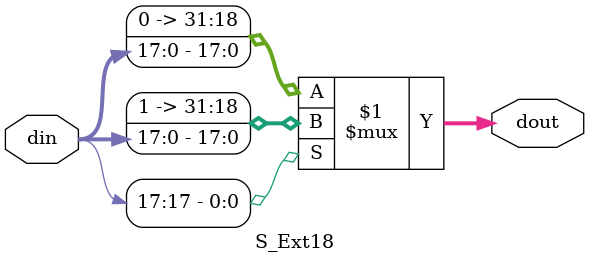
<source format=v>
module Ext5 (
    input [4:0] din,
    output [31:0] dout
);
    assign dout = {26'h0000000, din};
endmodule

module Ext16 (
    input [15:0] din,
    output [31:0] dout
);
    assign dout = {16'h0000, din};
endmodule

module S_Ext16 (
    input [15:0] din,
    output [31:0] dout
);
    assign dout = din[15] ? {16'hffff, din} : {16'h0000, din};
endmodule

module S_Ext18 (
    input [17:0] din,
    output [31:0] dout
);
    assign dout = din[17] ? {14'hffff, din} : {14'h0000, din};
endmodule
</source>
